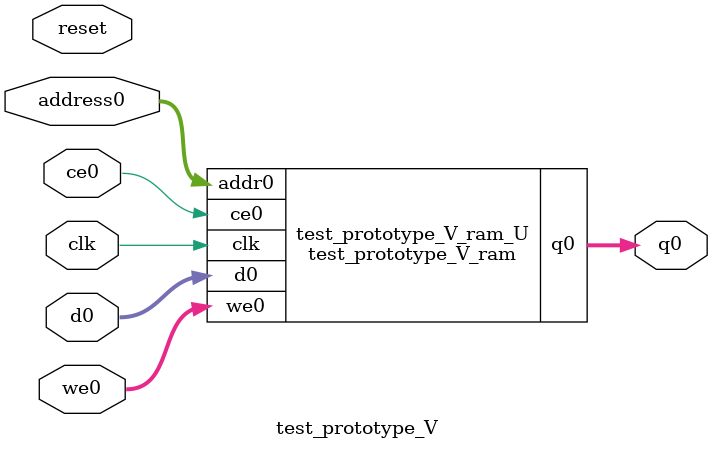
<source format=v>
`timescale 1 ns / 1 ps
module test_prototype_V_ram (addr0, ce0, d0, we0, q0,  clk);

parameter DWIDTH = 64;
parameter AWIDTH = 12;
parameter MEM_SIZE = 4056;
parameter COL_WIDTH = 8;
parameter NUM_COL = (DWIDTH/COL_WIDTH);

input[AWIDTH-1:0] addr0;
input ce0;
input[DWIDTH-1:0] d0;
input [NUM_COL-1:0] we0;
output reg[DWIDTH-1:0] q0;
input clk;

(* ram_style = "block" *)reg [DWIDTH-1:0] ram[0:MEM_SIZE-1];



genvar i;

generate
    for (i=0;i<NUM_COL;i=i+1) begin
        always @(posedge clk) begin
            if (ce0) begin
                if (we0[i]) begin
                    ram[addr0][i*COL_WIDTH +: COL_WIDTH] <= d0[i*COL_WIDTH +: COL_WIDTH]; 
                end
                q0[i*COL_WIDTH +: COL_WIDTH] <= ram[addr0][i*COL_WIDTH +: COL_WIDTH];
            end
        end
    end
endgenerate


endmodule

`timescale 1 ns / 1 ps
module test_prototype_V(
    reset,
    clk,
    address0,
    ce0,
    we0,
    d0,
    q0);

parameter DataWidth = 32'd64;
parameter AddressRange = 32'd4056;
parameter AddressWidth = 32'd12;
input reset;
input clk;
input[AddressWidth - 1:0] address0;
input ce0;
input[DataWidth/8 - 1:0] we0;
input[DataWidth - 1:0] d0;
output[DataWidth - 1:0] q0;



test_prototype_V_ram test_prototype_V_ram_U(
    .clk( clk ),
    .addr0( address0 ),
    .ce0( ce0 ),
    .we0( we0 ),
    .d0( d0 ),
    .q0( q0 ));

endmodule


</source>
